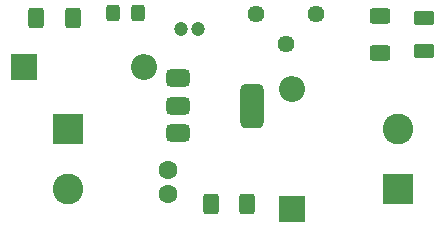
<source format=gbr>
%TF.GenerationSoftware,KiCad,Pcbnew,8.0.2*%
%TF.CreationDate,2025-12-30T14:28:12-05:00*%
%TF.ProjectId,voltage regulator,766f6c74-6167-4652-9072-6567756c6174,rev?*%
%TF.SameCoordinates,Original*%
%TF.FileFunction,Soldermask,Top*%
%TF.FilePolarity,Negative*%
%FSLAX46Y46*%
G04 Gerber Fmt 4.6, Leading zero omitted, Abs format (unit mm)*
G04 Created by KiCad (PCBNEW 8.0.2) date 2025-12-30 14:28:12*
%MOMM*%
%LPD*%
G01*
G04 APERTURE LIST*
G04 Aperture macros list*
%AMRoundRect*
0 Rectangle with rounded corners*
0 $1 Rounding radius*
0 $2 $3 $4 $5 $6 $7 $8 $9 X,Y pos of 4 corners*
0 Add a 4 corners polygon primitive as box body*
4,1,4,$2,$3,$4,$5,$6,$7,$8,$9,$2,$3,0*
0 Add four circle primitives for the rounded corners*
1,1,$1+$1,$2,$3*
1,1,$1+$1,$4,$5*
1,1,$1+$1,$6,$7*
1,1,$1+$1,$8,$9*
0 Add four rect primitives between the rounded corners*
20,1,$1+$1,$2,$3,$4,$5,0*
20,1,$1+$1,$4,$5,$6,$7,0*
20,1,$1+$1,$6,$7,$8,$9,0*
20,1,$1+$1,$8,$9,$2,$3,0*%
G04 Aperture macros list end*
%ADD10RoundRect,0.250000X-0.400000X-0.625000X0.400000X-0.625000X0.400000X0.625000X-0.400000X0.625000X0*%
%ADD11R,2.200000X2.200000*%
%ADD12O,2.200000X2.200000*%
%ADD13R,2.600000X2.600000*%
%ADD14C,2.600000*%
%ADD15RoundRect,0.250000X0.625000X-0.375000X0.625000X0.375000X-0.625000X0.375000X-0.625000X-0.375000X0*%
%ADD16RoundRect,0.250000X-0.325000X-0.450000X0.325000X-0.450000X0.325000X0.450000X-0.325000X0.450000X0*%
%ADD17C,1.440000*%
%ADD18C,1.200000*%
%ADD19RoundRect,0.375000X-0.625000X-0.375000X0.625000X-0.375000X0.625000X0.375000X-0.625000X0.375000X0*%
%ADD20RoundRect,0.500000X-0.500000X-1.400000X0.500000X-1.400000X0.500000X1.400000X-0.500000X1.400000X0*%
%ADD21RoundRect,0.250000X0.625000X-0.400000X0.625000X0.400000X-0.625000X0.400000X-0.625000X-0.400000X0*%
%ADD22C,1.600000*%
G04 APERTURE END LIST*
D10*
%TO.C,R1*%
X124650000Y-102800000D03*
X127750000Y-102800000D03*
%TD*%
D11*
%TO.C,D2*%
X131500000Y-103225000D03*
D12*
X131500000Y-93065000D03*
%TD*%
D10*
%TO.C,R2*%
X109850000Y-87100000D03*
X112950000Y-87100000D03*
%TD*%
D13*
%TO.C,J1*%
X112525000Y-96445000D03*
D14*
X112525000Y-101525000D03*
%TD*%
D15*
%TO.C,D3*%
X142700000Y-89900000D03*
X142700000Y-87100000D03*
%TD*%
D13*
%TO.C,J2*%
X140500000Y-101535000D03*
D14*
X140500000Y-96455000D03*
%TD*%
D16*
%TO.C,D4*%
X116400000Y-86700000D03*
X118450000Y-86700000D03*
%TD*%
D11*
%TO.C,D1*%
X108800000Y-91200000D03*
D12*
X118960000Y-91200000D03*
%TD*%
D17*
%TO.C,RV1*%
X133525000Y-86775000D03*
X130985000Y-89315000D03*
X128445000Y-86775000D03*
%TD*%
D18*
%TO.C,C1*%
X123600000Y-88000000D03*
X122100000Y-88000000D03*
%TD*%
D19*
%TO.C,U1*%
X121850000Y-92200000D03*
X121850000Y-94500000D03*
D20*
X128150000Y-94500000D03*
D19*
X121850000Y-96800000D03*
%TD*%
D21*
%TO.C,R3*%
X139000000Y-90050000D03*
X139000000Y-86950000D03*
%TD*%
D22*
%TO.C,C2*%
X121000000Y-100000000D03*
X121000000Y-102000000D03*
%TD*%
M02*

</source>
